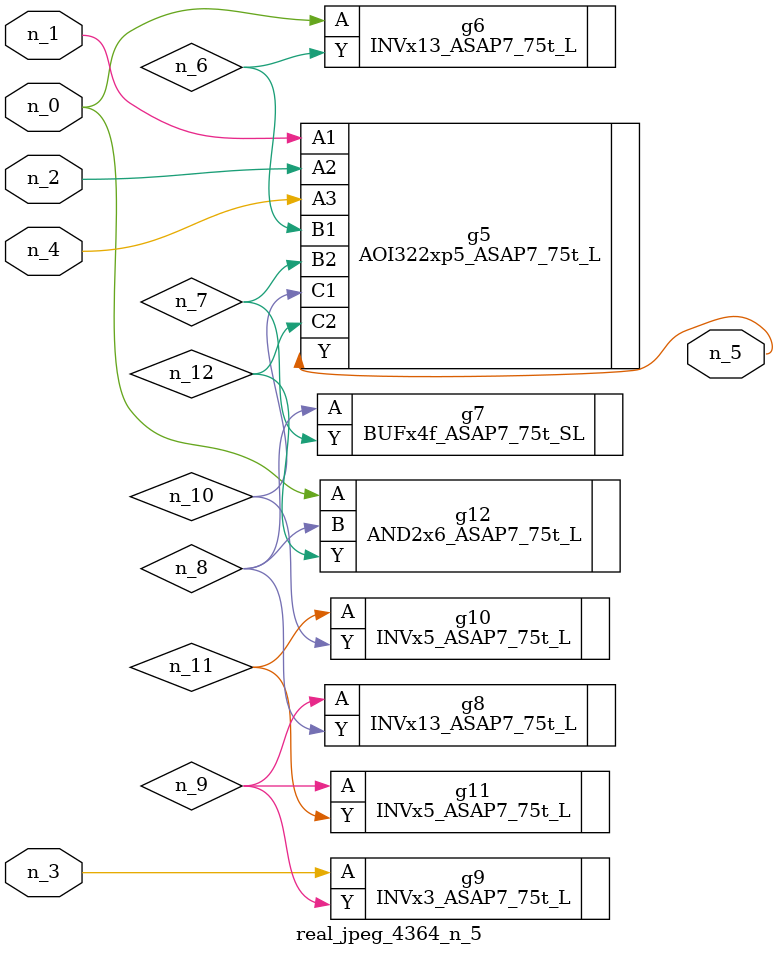
<source format=v>
module real_jpeg_4364_n_5 (n_4, n_0, n_1, n_2, n_3, n_5);

input n_4;
input n_0;
input n_1;
input n_2;
input n_3;

output n_5;

wire n_12;
wire n_8;
wire n_11;
wire n_6;
wire n_7;
wire n_10;
wire n_9;

INVx13_ASAP7_75t_L g6 ( 
.A(n_0),
.Y(n_6)
);

AND2x6_ASAP7_75t_L g12 ( 
.A(n_0),
.B(n_8),
.Y(n_12)
);

AOI322xp5_ASAP7_75t_L g5 ( 
.A1(n_1),
.A2(n_2),
.A3(n_4),
.B1(n_6),
.B2(n_7),
.C1(n_10),
.C2(n_12),
.Y(n_5)
);

INVx3_ASAP7_75t_L g9 ( 
.A(n_3),
.Y(n_9)
);

BUFx4f_ASAP7_75t_SL g7 ( 
.A(n_8),
.Y(n_7)
);

INVx13_ASAP7_75t_L g8 ( 
.A(n_9),
.Y(n_8)
);

INVx5_ASAP7_75t_L g11 ( 
.A(n_9),
.Y(n_11)
);

INVx5_ASAP7_75t_L g10 ( 
.A(n_11),
.Y(n_10)
);


endmodule
</source>
